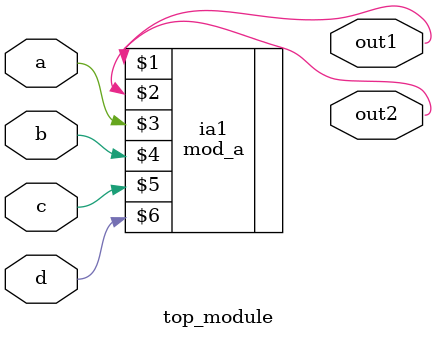
<source format=v>
module top_module ( 
    input a, 
    input b, 
    input c,
    input d,
    output out1,
    output out2
);
    mod_a ia1(out1,out2,a,b,c,d);
endmodule

</source>
